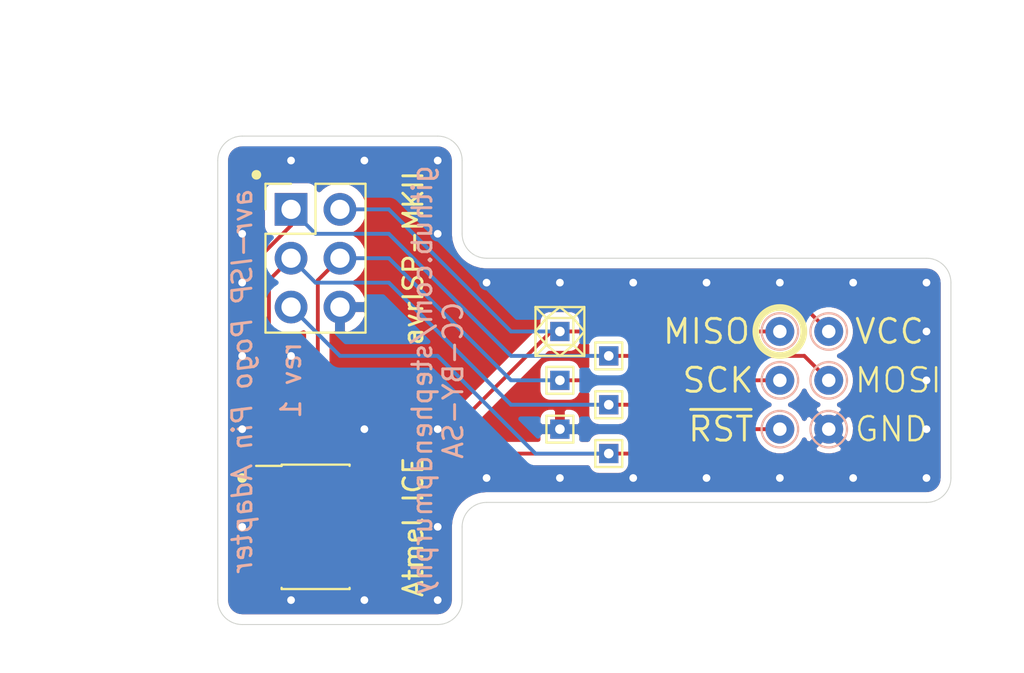
<source format=kicad_pcb>
(kicad_pcb (version 20171130) (host pcbnew 5.1.6-c6e7f7d~87~ubuntu18.04.1)

  (general
    (thickness 1.6)
    (drawings 48)
    (tracks 89)
    (zones 0)
    (modules 14)
    (nets 11)
  )

  (page A4)
  (layers
    (0 F.Cu signal)
    (31 B.Cu signal)
    (32 B.Adhes user)
    (33 F.Adhes user)
    (34 B.Paste user)
    (35 F.Paste user)
    (36 B.SilkS user)
    (37 F.SilkS user)
    (38 B.Mask user)
    (39 F.Mask user)
    (40 Dwgs.User user)
    (41 Cmts.User user)
    (42 Eco1.User user)
    (43 Eco2.User user)
    (44 Edge.Cuts user)
    (45 Margin user)
    (46 B.CrtYd user)
    (47 F.CrtYd user)
    (48 B.Fab user)
    (49 F.Fab user)
  )

  (setup
    (last_trace_width 0.25)
    (user_trace_width 0.2)
    (trace_clearance 0.2)
    (zone_clearance 0.508)
    (zone_45_only no)
    (trace_min 0.2)
    (via_size 0.8)
    (via_drill 0.4)
    (via_min_size 0.4)
    (via_min_drill 0.3)
    (uvia_size 0.3)
    (uvia_drill 0.1)
    (uvias_allowed no)
    (uvia_min_size 0.2)
    (uvia_min_drill 0.1)
    (edge_width 0.05)
    (segment_width 0.2)
    (pcb_text_width 0.3)
    (pcb_text_size 1.5 1.5)
    (mod_edge_width 0.12)
    (mod_text_size 1 1)
    (mod_text_width 0.15)
    (pad_size 1.524 1.524)
    (pad_drill 0.762)
    (pad_to_mask_clearance 0.05)
    (aux_axis_origin 0 0)
    (visible_elements FFFDFF7F)
    (pcbplotparams
      (layerselection 0x010fc_ffffffff)
      (usegerberextensions false)
      (usegerberattributes true)
      (usegerberadvancedattributes true)
      (creategerberjobfile true)
      (excludeedgelayer true)
      (linewidth 0.100000)
      (plotframeref false)
      (viasonmask false)
      (mode 1)
      (useauxorigin false)
      (hpglpennumber 1)
      (hpglpenspeed 20)
      (hpglpendiameter 15.000000)
      (psnegative false)
      (psa4output false)
      (plotreference true)
      (plotvalue true)
      (plotinvisibletext false)
      (padsonsilk false)
      (subtractmaskfromsilk false)
      (outputformat 1)
      (mirror false)
      (drillshape 1)
      (scaleselection 1)
      (outputdirectory ""))
  )

  (net 0 "")
  (net 1 "Net-(J1-Pad10)")
  (net 2 "Net-(J1-Pad8)")
  (net 3 "Net-(J1-Pad7)")
  (net 4 "Net-(J1-Pad5)")
  (net 5 ~RST)
  (net 6 MOSI)
  (net 7 SCK)
  (net 8 MISO)
  (net 9 VCC)
  (net 10 GND)

  (net_class Default "This is the default net class."
    (clearance 0.2)
    (trace_width 0.25)
    (via_dia 0.8)
    (via_drill 0.4)
    (uvia_dia 0.3)
    (uvia_drill 0.1)
    (add_net GND)
    (add_net MISO)
    (add_net MOSI)
    (add_net "Net-(J1-Pad10)")
    (add_net "Net-(J1-Pad5)")
    (add_net "Net-(J1-Pad7)")
    (add_net "Net-(J1-Pad8)")
    (add_net SCK)
    (add_net VCC)
    (add_net ~RST)
  )

  (module TestPoint:TestPoint_THTPad_1.0x1.0mm_Drill0.5mm (layer F.Cu) (tedit 5A0F774F) (tstamp 5F408F49)
    (at 135.89 83.82)
    (descr "THT rectangular pad as test Point, square 1.0mm side length, hole diameter 0.5mm")
    (tags "test point THT pad rectangle square")
    (path /5F428E3F)
    (attr virtual)
    (fp_text reference TP12 (at 0 -1.448) (layer F.SilkS) hide
      (effects (font (size 1 1) (thickness 0.15)))
    )
    (fp_text value TestPoint_Small (at 0 1.55) (layer F.Fab)
      (effects (font (size 1 1) (thickness 0.15)))
    )
    (fp_text user %R (at 0 -1.45) (layer F.Fab)
      (effects (font (size 1 1) (thickness 0.15)))
    )
    (fp_line (start -0.7 -0.7) (end 0.7 -0.7) (layer F.SilkS) (width 0.12))
    (fp_line (start 0.7 -0.7) (end 0.7 0.7) (layer F.SilkS) (width 0.12))
    (fp_line (start 0.7 0.7) (end -0.7 0.7) (layer F.SilkS) (width 0.12))
    (fp_line (start -0.7 0.7) (end -0.7 -0.7) (layer F.SilkS) (width 0.12))
    (fp_line (start -1 -1) (end 1 -1) (layer F.CrtYd) (width 0.05))
    (fp_line (start -1 -1) (end -1 1) (layer F.CrtYd) (width 0.05))
    (fp_line (start 1 1) (end 1 -1) (layer F.CrtYd) (width 0.05))
    (fp_line (start 1 1) (end -1 1) (layer F.CrtYd) (width 0.05))
    (pad 1 thru_hole rect (at 0 0) (size 1 1) (drill 0.5) (layers *.Cu *.Mask)
      (net 10 GND))
  )

  (module TestPoint:TestPoint_THTPad_1.0x1.0mm_Drill0.5mm (layer F.Cu) (tedit 5A0F774F) (tstamp 5F408F22)
    (at 138.43 85.09)
    (descr "THT rectangular pad as test Point, square 1.0mm side length, hole diameter 0.5mm")
    (tags "test point THT pad rectangle square")
    (path /5F428C97)
    (attr virtual)
    (fp_text reference TP11 (at 0 -1.448) (layer F.SilkS) hide
      (effects (font (size 1 1) (thickness 0.15)))
    )
    (fp_text value TestPoint_Small (at 0 1.55) (layer F.Fab)
      (effects (font (size 1 1) (thickness 0.15)))
    )
    (fp_text user %R (at 0 -1.45) (layer F.Fab)
      (effects (font (size 1 1) (thickness 0.15)))
    )
    (fp_line (start -0.7 -0.7) (end 0.7 -0.7) (layer F.SilkS) (width 0.12))
    (fp_line (start 0.7 -0.7) (end 0.7 0.7) (layer F.SilkS) (width 0.12))
    (fp_line (start 0.7 0.7) (end -0.7 0.7) (layer F.SilkS) (width 0.12))
    (fp_line (start -0.7 0.7) (end -0.7 -0.7) (layer F.SilkS) (width 0.12))
    (fp_line (start -1 -1) (end 1 -1) (layer F.CrtYd) (width 0.05))
    (fp_line (start -1 -1) (end -1 1) (layer F.CrtYd) (width 0.05))
    (fp_line (start 1 1) (end 1 -1) (layer F.CrtYd) (width 0.05))
    (fp_line (start 1 1) (end -1 1) (layer F.CrtYd) (width 0.05))
    (pad 1 thru_hole rect (at 0 0) (size 1 1) (drill 0.5) (layers *.Cu *.Mask)
      (net 5 ~RST))
  )

  (module TestPoint:TestPoint_THTPad_1.0x1.0mm_Drill0.5mm (layer F.Cu) (tedit 5A0F774F) (tstamp 5F408ED4)
    (at 135.89 81.28)
    (descr "THT rectangular pad as test Point, square 1.0mm side length, hole diameter 0.5mm")
    (tags "test point THT pad rectangle square")
    (path /5F428AFA)
    (attr virtual)
    (fp_text reference TP10 (at 0 -1.448) (layer F.SilkS) hide
      (effects (font (size 1 1) (thickness 0.15)))
    )
    (fp_text value TestPoint_Small (at 0 1.55) (layer F.Fab)
      (effects (font (size 1 1) (thickness 0.15)))
    )
    (fp_text user %R (at 0 -1.45) (layer F.Fab)
      (effects (font (size 1 1) (thickness 0.15)))
    )
    (fp_line (start -0.7 -0.7) (end 0.7 -0.7) (layer F.SilkS) (width 0.12))
    (fp_line (start 0.7 -0.7) (end 0.7 0.7) (layer F.SilkS) (width 0.12))
    (fp_line (start 0.7 0.7) (end -0.7 0.7) (layer F.SilkS) (width 0.12))
    (fp_line (start -0.7 0.7) (end -0.7 -0.7) (layer F.SilkS) (width 0.12))
    (fp_line (start -1 -1) (end 1 -1) (layer F.CrtYd) (width 0.05))
    (fp_line (start -1 -1) (end -1 1) (layer F.CrtYd) (width 0.05))
    (fp_line (start 1 1) (end 1 -1) (layer F.CrtYd) (width 0.05))
    (fp_line (start 1 1) (end -1 1) (layer F.CrtYd) (width 0.05))
    (pad 1 thru_hole rect (at 0 0) (size 1 1) (drill 0.5) (layers *.Cu *.Mask)
      (net 6 MOSI))
  )

  (module TestPoint:TestPoint_THTPad_1.0x1.0mm_Drill0.5mm (layer F.Cu) (tedit 5A0F774F) (tstamp 5F408F70)
    (at 138.43 82.55)
    (descr "THT rectangular pad as test Point, square 1.0mm side length, hole diameter 0.5mm")
    (tags "test point THT pad rectangle square")
    (path /5F428953)
    (attr virtual)
    (fp_text reference TP9 (at 0 -1.448) (layer F.SilkS) hide
      (effects (font (size 1 1) (thickness 0.15)))
    )
    (fp_text value TestPoint_Small (at 0 1.55) (layer F.Fab)
      (effects (font (size 1 1) (thickness 0.15)))
    )
    (fp_text user %R (at 0 -1.45) (layer F.Fab)
      (effects (font (size 1 1) (thickness 0.15)))
    )
    (fp_line (start -0.7 -0.7) (end 0.7 -0.7) (layer F.SilkS) (width 0.12))
    (fp_line (start 0.7 -0.7) (end 0.7 0.7) (layer F.SilkS) (width 0.12))
    (fp_line (start 0.7 0.7) (end -0.7 0.7) (layer F.SilkS) (width 0.12))
    (fp_line (start -0.7 0.7) (end -0.7 -0.7) (layer F.SilkS) (width 0.12))
    (fp_line (start -1 -1) (end 1 -1) (layer F.CrtYd) (width 0.05))
    (fp_line (start -1 -1) (end -1 1) (layer F.CrtYd) (width 0.05))
    (fp_line (start 1 1) (end 1 -1) (layer F.CrtYd) (width 0.05))
    (fp_line (start 1 1) (end -1 1) (layer F.CrtYd) (width 0.05))
    (pad 1 thru_hole rect (at 0 0) (size 1 1) (drill 0.5) (layers *.Cu *.Mask)
      (net 7 SCK))
  )

  (module TestPoint:TestPoint_THTPad_1.0x1.0mm_Drill0.5mm (layer F.Cu) (tedit 5A0F774F) (tstamp 5F408EFB)
    (at 138.43 80.01)
    (descr "THT rectangular pad as test Point, square 1.0mm side length, hole diameter 0.5mm")
    (tags "test point THT pad rectangle square")
    (path /5F4283F3)
    (attr virtual)
    (fp_text reference TP8 (at 0 -1.448) (layer F.SilkS) hide
      (effects (font (size 1 1) (thickness 0.15)))
    )
    (fp_text value TestPoint_Small (at 0 1.55) (layer F.Fab)
      (effects (font (size 1 1) (thickness 0.15)))
    )
    (fp_text user %R (at 0 -1.45) (layer F.Fab)
      (effects (font (size 1 1) (thickness 0.15)))
    )
    (fp_line (start -0.7 -0.7) (end 0.7 -0.7) (layer F.SilkS) (width 0.12))
    (fp_line (start 0.7 -0.7) (end 0.7 0.7) (layer F.SilkS) (width 0.12))
    (fp_line (start 0.7 0.7) (end -0.7 0.7) (layer F.SilkS) (width 0.12))
    (fp_line (start -0.7 0.7) (end -0.7 -0.7) (layer F.SilkS) (width 0.12))
    (fp_line (start -1 -1) (end 1 -1) (layer F.CrtYd) (width 0.05))
    (fp_line (start -1 -1) (end -1 1) (layer F.CrtYd) (width 0.05))
    (fp_line (start 1 1) (end 1 -1) (layer F.CrtYd) (width 0.05))
    (fp_line (start 1 1) (end -1 1) (layer F.CrtYd) (width 0.05))
    (pad 1 thru_hole rect (at 0 0) (size 1 1) (drill 0.5) (layers *.Cu *.Mask)
      (net 8 MISO))
  )

  (module TestPoint:TestPoint_THTPad_1.0x1.0mm_Drill0.5mm (layer F.Cu) (tedit 5A0F774F) (tstamp 5F4086C6)
    (at 135.89 78.74)
    (descr "THT rectangular pad as test Point, square 1.0mm side length, hole diameter 0.5mm")
    (tags "test point THT pad rectangle square")
    (path /5F428816)
    (attr virtual)
    (fp_text reference TP7 (at 0 -1.448) (layer F.SilkS) hide
      (effects (font (size 1 1) (thickness 0.15)))
    )
    (fp_text value TestPoint_Small (at 0 1.55) (layer F.Fab)
      (effects (font (size 1 1) (thickness 0.15)))
    )
    (fp_text user %R (at 0 -1.45) (layer F.Fab)
      (effects (font (size 1 1) (thickness 0.15)))
    )
    (fp_line (start -0.7 -0.7) (end 0.7 -0.7) (layer F.SilkS) (width 0.12))
    (fp_line (start 0.7 -0.7) (end 0.7 0.7) (layer F.SilkS) (width 0.12))
    (fp_line (start 0.7 0.7) (end -0.7 0.7) (layer F.SilkS) (width 0.12))
    (fp_line (start -0.7 0.7) (end -0.7 -0.7) (layer F.SilkS) (width 0.12))
    (fp_line (start -1 -1) (end 1 -1) (layer F.CrtYd) (width 0.05))
    (fp_line (start -1 -1) (end -1 1) (layer F.CrtYd) (width 0.05))
    (fp_line (start 1 1) (end 1 -1) (layer F.CrtYd) (width 0.05))
    (fp_line (start 1 1) (end -1 1) (layer F.CrtYd) (width 0.05))
    (pad 1 thru_hole rect (at 0 0) (size 1 1) (drill 0.5) (layers *.Cu *.Mask)
      (net 9 VCC))
  )

  (module TestPoint:TestPoint_THTPad_D1.5mm_Drill0.7mm (layer B.Cu) (tedit 5A0F774F) (tstamp 5F407F2C)
    (at 149.86 83.82)
    (descr "THT pad as test Point, diameter 1.5mm, hole diameter 0.7mm")
    (tags "test point THT pad")
    (path /5F4081C1)
    (attr virtual)
    (fp_text reference TP6 (at 2.54 0) (layer B.SilkS) hide
      (effects (font (size 1 1) (thickness 0.15)) (justify mirror))
    )
    (fp_text value TestPoint (at 0 -1.75) (layer B.Fab)
      (effects (font (size 1 1) (thickness 0.15)) (justify mirror))
    )
    (fp_text user %R (at 0 1.65) (layer B.Fab)
      (effects (font (size 1 1) (thickness 0.15)) (justify mirror))
    )
    (fp_circle (center 0 0) (end 1.25 0) (layer B.CrtYd) (width 0.05))
    (fp_circle (center 0 0) (end 0 -0.95) (layer B.SilkS) (width 0.12))
    (pad 1 thru_hole circle (at 0 0) (size 1.5 1.5) (drill 0.7) (layers *.Cu *.Mask)
      (net 10 GND))
  )

  (module TestPoint:TestPoint_THTPad_D1.5mm_Drill0.7mm (layer B.Cu) (tedit 5A0F774F) (tstamp 5F407BB1)
    (at 147.32 83.82)
    (descr "THT pad as test Point, diameter 1.5mm, hole diameter 0.7mm")
    (tags "test point THT pad")
    (path /5F4054FB)
    (attr virtual)
    (fp_text reference TP5 (at -2.54 0) (layer B.SilkS) hide
      (effects (font (size 1 1) (thickness 0.15)) (justify mirror))
    )
    (fp_text value TestPoint (at 0 -1.75) (layer B.Fab)
      (effects (font (size 1 1) (thickness 0.15)) (justify mirror))
    )
    (fp_text user %R (at 0 1.65) (layer B.Fab)
      (effects (font (size 1 1) (thickness 0.15)) (justify mirror))
    )
    (fp_circle (center 0 0) (end 1.25 0) (layer B.CrtYd) (width 0.05))
    (fp_circle (center 0 0) (end 0 -0.95) (layer B.SilkS) (width 0.12))
    (pad 1 thru_hole circle (at 0 0) (size 1.5 1.5) (drill 0.7) (layers *.Cu *.Mask)
      (net 5 ~RST))
  )

  (module TestPoint:TestPoint_THTPad_D1.5mm_Drill0.7mm (layer B.Cu) (tedit 5A0F774F) (tstamp 5F407BA3)
    (at 149.86 81.28)
    (descr "THT pad as test Point, diameter 1.5mm, hole diameter 0.7mm")
    (tags "test point THT pad")
    (path /5F4052FA)
    (attr virtual)
    (fp_text reference TP4 (at 2.54 0) (layer B.SilkS) hide
      (effects (font (size 1 1) (thickness 0.15)) (justify mirror))
    )
    (fp_text value TestPoint (at 0 -1.75) (layer B.Fab)
      (effects (font (size 1 1) (thickness 0.15)) (justify mirror))
    )
    (fp_text user %R (at 0 1.65) (layer B.Fab)
      (effects (font (size 1 1) (thickness 0.15)) (justify mirror))
    )
    (fp_circle (center 0 0) (end 1.25 0) (layer B.CrtYd) (width 0.05))
    (fp_circle (center 0 0) (end 0 -0.95) (layer B.SilkS) (width 0.12))
    (pad 1 thru_hole circle (at 0 0) (size 1.5 1.5) (drill 0.7) (layers *.Cu *.Mask)
      (net 6 MOSI))
  )

  (module TestPoint:TestPoint_THTPad_D1.5mm_Drill0.7mm (layer B.Cu) (tedit 5A0F774F) (tstamp 5F407B95)
    (at 147.32 81.28)
    (descr "THT pad as test Point, diameter 1.5mm, hole diameter 0.7mm")
    (tags "test point THT pad")
    (path /5F405133)
    (attr virtual)
    (fp_text reference TP3 (at -2.54 0) (layer B.SilkS) hide
      (effects (font (size 1 1) (thickness 0.15)) (justify mirror))
    )
    (fp_text value TestPoint (at 0 -1.75) (layer B.Fab)
      (effects (font (size 1 1) (thickness 0.15)) (justify mirror))
    )
    (fp_text user %R (at 0 1.65) (layer B.Fab)
      (effects (font (size 1 1) (thickness 0.15)) (justify mirror))
    )
    (fp_circle (center 0 0) (end 1.25 0) (layer B.CrtYd) (width 0.05))
    (fp_circle (center 0 0) (end 0 -0.95) (layer B.SilkS) (width 0.12))
    (pad 1 thru_hole circle (at 0 0) (size 1.5 1.5) (drill 0.7) (layers *.Cu *.Mask)
      (net 7 SCK))
  )

  (module TestPoint:TestPoint_THTPad_D1.5mm_Drill0.7mm (layer B.Cu) (tedit 5A0F774F) (tstamp 5F407B87)
    (at 149.86 78.74)
    (descr "THT pad as test Point, diameter 1.5mm, hole diameter 0.7mm")
    (tags "test point THT pad")
    (path /5F404FAB)
    (attr virtual)
    (fp_text reference TP2 (at 2.54 0) (layer B.SilkS) hide
      (effects (font (size 1 1) (thickness 0.15)) (justify mirror))
    )
    (fp_text value TestPoint (at 0 -1.75) (layer B.Fab)
      (effects (font (size 1 1) (thickness 0.15)) (justify mirror))
    )
    (fp_text user %R (at 0 1.65) (layer B.Fab)
      (effects (font (size 1 1) (thickness 0.15)) (justify mirror))
    )
    (fp_circle (center 0 0) (end 1.25 0) (layer B.CrtYd) (width 0.05))
    (fp_circle (center 0 0) (end 0 -0.95) (layer B.SilkS) (width 0.12))
    (pad 1 thru_hole circle (at 0 0) (size 1.5 1.5) (drill 0.7) (layers *.Cu *.Mask)
      (net 9 VCC))
  )

  (module TestPoint:TestPoint_THTPad_D1.5mm_Drill0.7mm (layer B.Cu) (tedit 5A0F774F) (tstamp 5F407B79)
    (at 147.32 78.74)
    (descr "THT pad as test Point, diameter 1.5mm, hole diameter 0.7mm")
    (tags "test point THT pad")
    (path /5F404388)
    (attr virtual)
    (fp_text reference TP1 (at -2.54 0) (layer B.SilkS) hide
      (effects (font (size 1 1) (thickness 0.15)) (justify mirror))
    )
    (fp_text value TestPoint (at 0 -1.75) (layer B.Fab)
      (effects (font (size 1 1) (thickness 0.15)) (justify mirror))
    )
    (fp_text user %R (at 0 1.65) (layer B.Fab)
      (effects (font (size 1 1) (thickness 0.15)) (justify mirror))
    )
    (fp_circle (center 0 0) (end 1.25 0) (layer B.CrtYd) (width 0.05))
    (fp_circle (center 0 0) (end 0 -0.95) (layer B.SilkS) (width 0.12))
    (pad 1 thru_hole circle (at 0 0) (size 1.5 1.5) (drill 0.7) (layers *.Cu *.Mask)
      (net 8 MISO))
  )

  (module Connector_PinHeader_2.54mm:PinHeader_2x03_P2.54mm_Vertical (layer F.Cu) (tedit 59FED5CC) (tstamp 5F408C6B)
    (at 121.92 72.39)
    (descr "Through hole straight pin header, 2x03, 2.54mm pitch, double rows")
    (tags "Through hole pin header THT 2x03 2.54mm double row")
    (path /5F4027E7)
    (fp_text reference J2 (at 1.27 -2.33) (layer F.SilkS) hide
      (effects (font (size 1 1) (thickness 0.15)))
    )
    (fp_text value AVR-ISP-6 (at 1.27 7.41) (layer F.Fab)
      (effects (font (size 1 1) (thickness 0.15)))
    )
    (fp_text user %R (at 1.27 2.54 90) (layer F.Fab)
      (effects (font (size 1 1) (thickness 0.15)))
    )
    (fp_line (start 0 -1.27) (end 3.81 -1.27) (layer F.Fab) (width 0.1))
    (fp_line (start 3.81 -1.27) (end 3.81 6.35) (layer F.Fab) (width 0.1))
    (fp_line (start 3.81 6.35) (end -1.27 6.35) (layer F.Fab) (width 0.1))
    (fp_line (start -1.27 6.35) (end -1.27 0) (layer F.Fab) (width 0.1))
    (fp_line (start -1.27 0) (end 0 -1.27) (layer F.Fab) (width 0.1))
    (fp_line (start -1.33 6.41) (end 3.87 6.41) (layer F.SilkS) (width 0.12))
    (fp_line (start -1.33 1.27) (end -1.33 6.41) (layer F.SilkS) (width 0.12))
    (fp_line (start 3.87 -1.33) (end 3.87 6.41) (layer F.SilkS) (width 0.12))
    (fp_line (start -1.33 1.27) (end 1.27 1.27) (layer F.SilkS) (width 0.12))
    (fp_line (start 1.27 1.27) (end 1.27 -1.33) (layer F.SilkS) (width 0.12))
    (fp_line (start 1.27 -1.33) (end 3.87 -1.33) (layer F.SilkS) (width 0.12))
    (fp_line (start -1.33 0) (end -1.33 -1.33) (layer F.SilkS) (width 0.12))
    (fp_line (start -1.33 -1.33) (end 0 -1.33) (layer F.SilkS) (width 0.12))
    (fp_line (start -1.8 -1.8) (end -1.8 6.85) (layer F.CrtYd) (width 0.05))
    (fp_line (start -1.8 6.85) (end 4.35 6.85) (layer F.CrtYd) (width 0.05))
    (fp_line (start 4.35 6.85) (end 4.35 -1.8) (layer F.CrtYd) (width 0.05))
    (fp_line (start 4.35 -1.8) (end -1.8 -1.8) (layer F.CrtYd) (width 0.05))
    (pad 6 thru_hole oval (at 2.54 5.08) (size 1.7 1.7) (drill 1) (layers *.Cu *.Mask)
      (net 10 GND))
    (pad 5 thru_hole oval (at 0 5.08) (size 1.7 1.7) (drill 1) (layers *.Cu *.Mask)
      (net 5 ~RST))
    (pad 4 thru_hole oval (at 2.54 2.54) (size 1.7 1.7) (drill 1) (layers *.Cu *.Mask)
      (net 6 MOSI))
    (pad 3 thru_hole oval (at 0 2.54) (size 1.7 1.7) (drill 1) (layers *.Cu *.Mask)
      (net 7 SCK))
    (pad 2 thru_hole oval (at 2.54 0) (size 1.7 1.7) (drill 1) (layers *.Cu *.Mask)
      (net 9 VCC))
    (pad 1 thru_hole rect (at 0 0) (size 1.7 1.7) (drill 1) (layers *.Cu *.Mask)
      (net 8 MISO))
    (model ${KISYS3DMOD}/Connector_PinHeader_2.54mm.3dshapes/PinHeader_2x03_P2.54mm_Vertical.wrl
      (at (xyz 0 0 0))
      (scale (xyz 1 1 1))
      (rotate (xyz 0 0 0))
    )
  )

  (module Connector_PinHeader_1.27mm:PinHeader_2x05_P1.27mm_Vertical_SMD (layer F.Cu) (tedit 59FED6E3) (tstamp 5F408BD8)
    (at 123.195 88.9)
    (descr "surface-mounted straight pin header, 2x05, 1.27mm pitch, double rows")
    (tags "Surface mounted pin header SMD 2x05 1.27mm double row")
    (path /5F40380B)
    (attr smd)
    (fp_text reference J1 (at 0 -4.235) (layer F.SilkS) hide
      (effects (font (size 1 1) (thickness 0.15)))
    )
    (fp_text value Conn_02x05_Odd_Even (at 0 4.235) (layer F.Fab)
      (effects (font (size 1 1) (thickness 0.15)))
    )
    (fp_text user %R (at 0 0 90) (layer F.Fab)
      (effects (font (size 1 1) (thickness 0.15)))
    )
    (fp_line (start 1.705 3.175) (end -1.705 3.175) (layer F.Fab) (width 0.1))
    (fp_line (start -1.27 -3.175) (end 1.705 -3.175) (layer F.Fab) (width 0.1))
    (fp_line (start -1.705 3.175) (end -1.705 -2.74) (layer F.Fab) (width 0.1))
    (fp_line (start -1.705 -2.74) (end -1.27 -3.175) (layer F.Fab) (width 0.1))
    (fp_line (start 1.705 -3.175) (end 1.705 3.175) (layer F.Fab) (width 0.1))
    (fp_line (start -1.705 -2.74) (end -2.75 -2.74) (layer F.Fab) (width 0.1))
    (fp_line (start -2.75 -2.74) (end -2.75 -2.34) (layer F.Fab) (width 0.1))
    (fp_line (start -2.75 -2.34) (end -1.705 -2.34) (layer F.Fab) (width 0.1))
    (fp_line (start 1.705 -2.74) (end 2.75 -2.74) (layer F.Fab) (width 0.1))
    (fp_line (start 2.75 -2.74) (end 2.75 -2.34) (layer F.Fab) (width 0.1))
    (fp_line (start 2.75 -2.34) (end 1.705 -2.34) (layer F.Fab) (width 0.1))
    (fp_line (start -1.705 -1.47) (end -2.75 -1.47) (layer F.Fab) (width 0.1))
    (fp_line (start -2.75 -1.47) (end -2.75 -1.07) (layer F.Fab) (width 0.1))
    (fp_line (start -2.75 -1.07) (end -1.705 -1.07) (layer F.Fab) (width 0.1))
    (fp_line (start 1.705 -1.47) (end 2.75 -1.47) (layer F.Fab) (width 0.1))
    (fp_line (start 2.75 -1.47) (end 2.75 -1.07) (layer F.Fab) (width 0.1))
    (fp_line (start 2.75 -1.07) (end 1.705 -1.07) (layer F.Fab) (width 0.1))
    (fp_line (start -1.705 -0.2) (end -2.75 -0.2) (layer F.Fab) (width 0.1))
    (fp_line (start -2.75 -0.2) (end -2.75 0.2) (layer F.Fab) (width 0.1))
    (fp_line (start -2.75 0.2) (end -1.705 0.2) (layer F.Fab) (width 0.1))
    (fp_line (start 1.705 -0.2) (end 2.75 -0.2) (layer F.Fab) (width 0.1))
    (fp_line (start 2.75 -0.2) (end 2.75 0.2) (layer F.Fab) (width 0.1))
    (fp_line (start 2.75 0.2) (end 1.705 0.2) (layer F.Fab) (width 0.1))
    (fp_line (start -1.705 1.07) (end -2.75 1.07) (layer F.Fab) (width 0.1))
    (fp_line (start -2.75 1.07) (end -2.75 1.47) (layer F.Fab) (width 0.1))
    (fp_line (start -2.75 1.47) (end -1.705 1.47) (layer F.Fab) (width 0.1))
    (fp_line (start 1.705 1.07) (end 2.75 1.07) (layer F.Fab) (width 0.1))
    (fp_line (start 2.75 1.07) (end 2.75 1.47) (layer F.Fab) (width 0.1))
    (fp_line (start 2.75 1.47) (end 1.705 1.47) (layer F.Fab) (width 0.1))
    (fp_line (start -1.705 2.34) (end -2.75 2.34) (layer F.Fab) (width 0.1))
    (fp_line (start -2.75 2.34) (end -2.75 2.74) (layer F.Fab) (width 0.1))
    (fp_line (start -2.75 2.74) (end -1.705 2.74) (layer F.Fab) (width 0.1))
    (fp_line (start 1.705 2.34) (end 2.75 2.34) (layer F.Fab) (width 0.1))
    (fp_line (start 2.75 2.34) (end 2.75 2.74) (layer F.Fab) (width 0.1))
    (fp_line (start 2.75 2.74) (end 1.705 2.74) (layer F.Fab) (width 0.1))
    (fp_line (start -1.765 -3.235) (end 1.765 -3.235) (layer F.SilkS) (width 0.12))
    (fp_line (start -1.765 3.235) (end 1.765 3.235) (layer F.SilkS) (width 0.12))
    (fp_line (start -3.09 -3.17) (end -1.765 -3.17) (layer F.SilkS) (width 0.12))
    (fp_line (start -1.765 -3.235) (end -1.765 -3.17) (layer F.SilkS) (width 0.12))
    (fp_line (start 1.765 -3.235) (end 1.765 -3.17) (layer F.SilkS) (width 0.12))
    (fp_line (start -1.765 3.17) (end -1.765 3.235) (layer F.SilkS) (width 0.12))
    (fp_line (start 1.765 3.17) (end 1.765 3.235) (layer F.SilkS) (width 0.12))
    (fp_line (start -4.3 -3.7) (end -4.3 3.7) (layer F.CrtYd) (width 0.05))
    (fp_line (start -4.3 3.7) (end 4.3 3.7) (layer F.CrtYd) (width 0.05))
    (fp_line (start 4.3 3.7) (end 4.3 -3.7) (layer F.CrtYd) (width 0.05))
    (fp_line (start 4.3 -3.7) (end -4.3 -3.7) (layer F.CrtYd) (width 0.05))
    (pad 10 smd rect (at 1.95 2.54) (size 2.4 0.74) (layers F.Cu F.Paste F.Mask)
      (net 1 "Net-(J1-Pad10)"))
    (pad 9 smd rect (at -1.95 2.54) (size 2.4 0.74) (layers F.Cu F.Paste F.Mask)
      (net 6 MOSI))
    (pad 8 smd rect (at 1.95 1.27) (size 2.4 0.74) (layers F.Cu F.Paste F.Mask)
      (net 2 "Net-(J1-Pad8)"))
    (pad 7 smd rect (at -1.95 1.27) (size 2.4 0.74) (layers F.Cu F.Paste F.Mask)
      (net 3 "Net-(J1-Pad7)"))
    (pad 6 smd rect (at 1.95 0) (size 2.4 0.74) (layers F.Cu F.Paste F.Mask)
      (net 5 ~RST))
    (pad 5 smd rect (at -1.95 0) (size 2.4 0.74) (layers F.Cu F.Paste F.Mask)
      (net 4 "Net-(J1-Pad5)"))
    (pad 4 smd rect (at 1.95 -1.27) (size 2.4 0.74) (layers F.Cu F.Paste F.Mask)
      (net 9 VCC))
    (pad 3 smd rect (at -1.95 -1.27) (size 2.4 0.74) (layers F.Cu F.Paste F.Mask)
      (net 8 MISO))
    (pad 2 smd rect (at 1.95 -2.54) (size 2.4 0.74) (layers F.Cu F.Paste F.Mask)
      (net 10 GND))
    (pad 1 smd rect (at -1.95 -2.54) (size 2.4 0.74) (layers F.Cu F.Paste F.Mask)
      (net 7 SCK))
    (model ${KISYS3DMOD}/Connector_PinHeader_1.27mm.3dshapes/PinHeader_2x05_P1.27mm_Vertical_SMD.wrl
      (at (xyz 0 0 0))
      (scale (xyz 1 1 1))
      (rotate (xyz 0 0 0))
    )
  )

  (gr_text "rev 1" (at 121.92 81.28 90) (layer B.SilkS)
    (effects (font (size 1 1) (thickness 0.15)) (justify mirror))
  )
  (dimension 25.4 (width 0.15) (layer Dwgs.User)
    (gr_text "25.400 mm" (at 110.46 81.28 270) (layer Dwgs.User)
      (effects (font (size 1 1) (thickness 0.15)))
    )
    (feature1 (pts (xy 119.38 93.98) (xy 111.173579 93.98)))
    (feature2 (pts (xy 119.38 68.58) (xy 111.173579 68.58)))
    (crossbar (pts (xy 111.76 68.58) (xy 111.76 93.98)))
    (arrow1a (pts (xy 111.76 93.98) (xy 111.173579 92.853496)))
    (arrow1b (pts (xy 111.76 93.98) (xy 112.346421 92.853496)))
    (arrow2a (pts (xy 111.76 68.58) (xy 111.173579 69.706504)))
    (arrow2b (pts (xy 111.76 68.58) (xy 112.346421 69.706504)))
  )
  (dimension 38.1 (width 0.15) (layer Dwgs.User)
    (gr_text "38.100 mm" (at 137.16 62.2) (layer Dwgs.User)
      (effects (font (size 1 1) (thickness 0.15)))
    )
    (feature1 (pts (xy 156.21 69.85) (xy 156.21 62.913579)))
    (feature2 (pts (xy 118.11 69.85) (xy 118.11 62.913579)))
    (crossbar (pts (xy 118.11 63.5) (xy 156.21 63.5)))
    (arrow1a (pts (xy 156.21 63.5) (xy 155.083496 64.086421)))
    (arrow1b (pts (xy 156.21 63.5) (xy 155.083496 62.913579)))
    (arrow2a (pts (xy 118.11 63.5) (xy 119.236504 64.086421)))
    (arrow2b (pts (xy 118.11 63.5) (xy 119.236504 62.913579)))
  )
  (gr_circle (center 119.38 86.36) (end 119.505 86.36) (layer F.SilkS) (width 0.25) (tstamp 5F409870))
  (gr_circle (center 120.118629 70.59292) (end 120.243629 70.59292) (layer F.SilkS) (width 0.25))
  (gr_text "avr-ISP Pogo Pin Adapter" (at 119.38 81.28 90) (layer B.SilkS)
    (effects (font (size 1 1) (thickness 0.15) italic) (justify mirror))
  )
  (gr_text "github.com/stephendpmurphy\nCC-BY-SA" (at 129.54 81.28 90) (layer B.SilkS)
    (effects (font (size 1 1) (thickness 0.15)) (justify mirror))
  )
  (gr_line (start 135.89 77.47) (end 135.19 78.04) (layer F.SilkS) (width 0.12) (tstamp 5F40953B))
  (gr_line (start 136.59 78.04) (end 135.89 77.47) (layer F.SilkS) (width 0.12))
  (gr_line (start 136.59 78.04) (end 137.16 77.47) (layer F.SilkS) (width 0.12) (tstamp 5F40953A))
  (gr_line (start 137.16 78.74) (end 136.59 78.04) (layer F.SilkS) (width 0.12))
  (gr_line (start 136.59 79.44) (end 137.16 78.74) (layer F.SilkS) (width 0.12))
  (gr_line (start 136.59 79.44) (end 137.16 80.01) (layer F.SilkS) (width 0.12) (tstamp 5F409539))
  (gr_line (start 135.89 80.01) (end 136.59 79.44) (layer F.SilkS) (width 0.12))
  (gr_line (start 135.19 79.44) (end 135.89 80.01) (layer F.SilkS) (width 0.12))
  (gr_line (start 135.19 79.44) (end 134.62 80.01) (layer F.SilkS) (width 0.12) (tstamp 5F409538))
  (gr_line (start 134.62 78.74) (end 135.19 79.44) (layer F.SilkS) (width 0.12))
  (gr_line (start 135.19 78.04) (end 134.62 78.74) (layer F.SilkS) (width 0.12))
  (gr_line (start 134.62 77.47) (end 135.19 78.04) (layer F.SilkS) (width 0.12))
  (gr_line (start 134.62 80.01) (end 134.62 77.47) (layer F.SilkS) (width 0.12) (tstamp 5F409537))
  (gr_line (start 137.16 80.01) (end 134.62 80.01) (layer F.SilkS) (width 0.12))
  (gr_line (start 137.16 77.47) (end 137.16 80.01) (layer F.SilkS) (width 0.12))
  (gr_line (start 134.62 77.47) (end 137.16 77.47) (layer F.SilkS) (width 0.12))
  (gr_circle (center 147.32 78.74) (end 148.566442 78.74) (layer F.SilkS) (width 0.35))
  (gr_line (start 129.54 68.58) (end 119.38 68.58) (layer Edge.Cuts) (width 0.05) (tstamp 5F4094CD))
  (gr_line (start 130.81 73.66) (end 130.81 69.85) (layer Edge.Cuts) (width 0.05) (tstamp 5F4094CC))
  (gr_line (start 154.94 74.93) (end 132.08 74.93) (layer Edge.Cuts) (width 0.05) (tstamp 5F4094CB))
  (gr_line (start 156.21 86.36) (end 156.21 76.2) (layer Edge.Cuts) (width 0.05) (tstamp 5F4094CA))
  (gr_line (start 132.08 87.63) (end 154.94 87.63) (layer Edge.Cuts) (width 0.05) (tstamp 5F4094C9))
  (gr_line (start 130.81 92.71) (end 130.81 88.9) (layer Edge.Cuts) (width 0.05) (tstamp 5F4094C8))
  (gr_line (start 119.38 93.98) (end 129.54 93.98) (layer Edge.Cuts) (width 0.05) (tstamp 5F4094C7))
  (gr_line (start 118.11 69.85) (end 118.11 92.71) (layer Edge.Cuts) (width 0.05) (tstamp 5F4094C6))
  (gr_arc (start 129.54 69.85) (end 130.81 69.85) (angle -90) (layer Edge.Cuts) (width 0.05))
  (gr_arc (start 154.94 86.36) (end 154.94 87.63) (angle -90) (layer Edge.Cuts) (width 0.05))
  (gr_arc (start 154.94 76.2) (end 156.21 76.2) (angle -90) (layer Edge.Cuts) (width 0.05))
  (gr_arc (start 132.08 73.66) (end 130.81 73.66) (angle -90) (layer Edge.Cuts) (width 0.05))
  (gr_arc (start 132.08 88.9) (end 132.08 87.63) (angle -90) (layer Edge.Cuts) (width 0.05))
  (gr_arc (start 129.54 92.71) (end 129.54 93.98) (angle -90) (layer Edge.Cuts) (width 0.05))
  (gr_arc (start 119.38 92.71) (end 118.11 92.71) (angle -90) (layer Edge.Cuts) (width 0.05))
  (gr_arc (start 119.38 69.85) (end 119.38 68.58) (angle -90) (layer Edge.Cuts) (width 0.05))
  (gr_text "Atmel ICE" (at 128.27 88.9 90) (layer F.SilkS)
    (effects (font (size 1 1) (thickness 0.15)))
  )
  (gr_text avrISP-MKII (at 128.27 74.93 90) (layer F.SilkS)
    (effects (font (size 1 1) (thickness 0.15)))
  )
  (gr_text GND (at 151.13 83.82) (layer F.SilkS) (tstamp 5F408AA8)
    (effects (font (size 1.25 1.25) (thickness 0.125)) (justify left))
  )
  (gr_text MOSI (at 151.13 81.28) (layer F.SilkS) (tstamp 5F408AA8)
    (effects (font (size 1.25 1.25) (thickness 0.125)) (justify left))
  )
  (gr_text VCC (at 151.13 78.74) (layer F.SilkS) (tstamp 5F408AA8)
    (effects (font (size 1.25 1.25) (thickness 0.15)) (justify left))
  )
  (gr_text ~RST (at 146.05 83.82) (layer F.SilkS) (tstamp 5F408AA8)
    (effects (font (size 1.25 1.25) (thickness 0.15)) (justify right))
  )
  (gr_text SCK (at 146.05 81.28) (layer F.SilkS) (tstamp 5F408AA8)
    (effects (font (size 1.25 1.25) (thickness 0.15)) (justify right))
  )
  (gr_text MISO (at 143.51 78.74) (layer F.SilkS)
    (effects (font (size 1.25 1.25) (thickness 0.15)))
  )

  (segment (start 147.32 83.82) (end 144.78 83.82) (width 0.2) (layer F.Cu) (net 5))
  (segment (start 144.78 83.82) (end 143.51 85.09) (width 0.2) (layer F.Cu) (net 5))
  (segment (start 143.51 85.09) (end 138.43 85.09) (width 0.2) (layer F.Cu) (net 5))
  (segment (start 138.43 85.09) (end 134.62 85.09) (width 0.2) (layer B.Cu) (net 5))
  (segment (start 134.62 85.09) (end 129.54 80.01) (width 0.2) (layer B.Cu) (net 5))
  (segment (start 129.54 80.01) (end 124.46 80.01) (width 0.2) (layer B.Cu) (net 5))
  (segment (start 124.46 80.01) (end 121.92 77.47) (width 0.2) (layer B.Cu) (net 5))
  (segment (start 125.145 88.9) (end 127 88.9) (width 0.2) (layer F.Cu) (net 5))
  (segment (start 127 88.9) (end 130.81 85.09) (width 0.2) (layer F.Cu) (net 5))
  (segment (start 130.81 85.09) (end 138.43 85.09) (width 0.2) (layer F.Cu) (net 5))
  (segment (start 149.86 81.28) (end 148.59 80.01) (width 0.2) (layer F.Cu) (net 6))
  (segment (start 148.59 80.01) (end 144.78 80.01) (width 0.2) (layer F.Cu) (net 6))
  (segment (start 144.78 80.01) (end 143.51 81.28) (width 0.2) (layer F.Cu) (net 6))
  (segment (start 143.51 81.28) (end 135.89 81.28) (width 0.2) (layer F.Cu) (net 6))
  (segment (start 124.46 74.93) (end 127 74.93) (width 0.2) (layer B.Cu) (net 6))
  (segment (start 127 74.93) (end 133.35 81.28) (width 0.2) (layer B.Cu) (net 6))
  (segment (start 133.35 81.28) (end 135.89 81.28) (width 0.2) (layer B.Cu) (net 6))
  (segment (start 123.309999 76.080001) (end 124.46 74.93) (width 0.2) (layer F.Cu) (net 6))
  (segment (start 123.309999 90.775001) (end 123.309999 76.080001) (width 0.2) (layer F.Cu) (net 6))
  (segment (start 122.645 91.44) (end 123.309999 90.775001) (width 0.2) (layer F.Cu) (net 6))
  (segment (start 121.245 91.44) (end 122.645 91.44) (width 0.2) (layer F.Cu) (net 6))
  (segment (start 147.32 81.28) (end 144.78 81.28) (width 0.2) (layer F.Cu) (net 7))
  (segment (start 143.51 82.55) (end 138.43 82.55) (width 0.2) (layer F.Cu) (net 7))
  (segment (start 144.78 81.28) (end 143.51 82.55) (width 0.2) (layer F.Cu) (net 7))
  (segment (start 138.43 82.55) (end 133.35 82.55) (width 0.2) (layer B.Cu) (net 7))
  (segment (start 133.35 82.55) (end 127 76.2) (width 0.2) (layer B.Cu) (net 7))
  (segment (start 127 76.2) (end 123.19 76.2) (width 0.2) (layer B.Cu) (net 7))
  (segment (start 123.19 76.2) (end 121.92 74.93) (width 0.2) (layer B.Cu) (net 7))
  (segment (start 121.245 86.36) (end 121.245 85.685) (width 0.2) (layer F.Cu) (net 7))
  (segment (start 120.769999 85.209999) (end 120.769999 76.080001) (width 0.2) (layer F.Cu) (net 7))
  (segment (start 120.769999 76.080001) (end 121.92 74.93) (width 0.2) (layer F.Cu) (net 7))
  (segment (start 121.245 85.685) (end 120.769999 85.209999) (width 0.2) (layer F.Cu) (net 7))
  (segment (start 147.32 78.74) (end 144.78 78.74) (width 0.2) (layer F.Cu) (net 8))
  (segment (start 144.78 78.74) (end 143.51 80.01) (width 0.2) (layer F.Cu) (net 8))
  (segment (start 143.51 80.01) (end 138.43 80.01) (width 0.2) (layer F.Cu) (net 8))
  (segment (start 121.92 72.39) (end 123.19 73.66) (width 0.2) (layer B.Cu) (net 8))
  (segment (start 123.19 73.66) (end 127 73.66) (width 0.2) (layer B.Cu) (net 8))
  (segment (start 127 73.66) (end 133.35 80.01) (width 0.2) (layer B.Cu) (net 8))
  (segment (start 133.35 80.01) (end 138.43 80.01) (width 0.2) (layer B.Cu) (net 8))
  (segment (start 119.744999 87.529999) (end 119.744999 85.71499) (width 0.2) (layer F.Cu) (net 8))
  (segment (start 121.245 87.63) (end 119.845 87.63) (width 0.2) (layer F.Cu) (net 8))
  (segment (start 119.845 87.63) (end 119.744999 87.529999) (width 0.2) (layer F.Cu) (net 8))
  (segment (start 119.744999 85.71499) (end 120.369989 85.09) (width 0.2) (layer F.Cu) (net 8))
  (segment (start 121.92 73.227998) (end 121.92 72.39) (width 0.2) (layer F.Cu) (net 8))
  (segment (start 120.369989 74.778009) (end 121.92 73.227998) (width 0.2) (layer F.Cu) (net 8))
  (segment (start 120.369989 85.09) (end 120.369989 74.778009) (width 0.2) (layer F.Cu) (net 8))
  (segment (start 149.86 78.74) (end 148.59 77.47) (width 0.2) (layer F.Cu) (net 9))
  (segment (start 148.59 77.47) (end 144.78 77.47) (width 0.2) (layer F.Cu) (net 9))
  (segment (start 144.78 77.47) (end 143.51 78.74) (width 0.2) (layer F.Cu) (net 9))
  (segment (start 143.51 78.74) (end 135.89 78.74) (width 0.2) (layer F.Cu) (net 9))
  (segment (start 135.89 78.74) (end 133.35 78.74) (width 0.2) (layer B.Cu) (net 9))
  (segment (start 127 72.39) (end 124.46 72.39) (width 0.2) (layer B.Cu) (net 9))
  (segment (start 133.35 78.74) (end 127 72.39) (width 0.2) (layer B.Cu) (net 9))
  (segment (start 135.435 78.74) (end 135.89 78.74) (width 0.2) (layer F.Cu) (net 9))
  (segment (start 126.545 87.63) (end 135.435 78.74) (width 0.2) (layer F.Cu) (net 9))
  (segment (start 125.145 87.63) (end 126.545 87.63) (width 0.2) (layer F.Cu) (net 9))
  (via (at 121.92 80.01) (size 0.8) (drill 0.4) (layers F.Cu B.Cu) (net 10))
  (via (at 125.73 83.82) (size 0.8) (drill 0.4) (layers F.Cu B.Cu) (net 10))
  (via (at 129.54 83.82) (size 0.8) (drill 0.4) (layers F.Cu B.Cu) (net 10))
  (via (at 139.7 76.2) (size 0.8) (drill 0.4) (layers F.Cu B.Cu) (net 10))
  (via (at 143.51 76.2) (size 0.8) (drill 0.4) (layers F.Cu B.Cu) (net 10))
  (via (at 147.32 76.2) (size 0.8) (drill 0.4) (layers F.Cu B.Cu) (net 10))
  (via (at 151.13 76.2) (size 0.8) (drill 0.4) (layers F.Cu B.Cu) (net 10))
  (via (at 139.7 86.36) (size 0.8) (drill 0.4) (layers F.Cu B.Cu) (net 10))
  (via (at 143.51 86.36) (size 0.8) (drill 0.4) (layers F.Cu B.Cu) (net 10))
  (via (at 147.32 86.36) (size 0.8) (drill 0.4) (layers F.Cu B.Cu) (net 10))
  (via (at 151.13 86.36) (size 0.8) (drill 0.4) (layers F.Cu B.Cu) (net 10))
  (via (at 154.94 76.2) (size 0.8) (drill 0.4) (layers F.Cu B.Cu) (net 10))
  (via (at 154.94 78.74) (size 0.8) (drill 0.4) (layers F.Cu B.Cu) (net 10))
  (via (at 154.94 81.28) (size 0.8) (drill 0.4) (layers F.Cu B.Cu) (net 10))
  (via (at 154.94 83.82) (size 0.8) (drill 0.4) (layers F.Cu B.Cu) (net 10))
  (via (at 154.94 86.36) (size 0.8) (drill 0.4) (layers F.Cu B.Cu) (net 10))
  (via (at 135.89 76.2) (size 0.8) (drill 0.4) (layers F.Cu B.Cu) (net 10))
  (via (at 135.89 86.36) (size 0.8) (drill 0.4) (layers F.Cu B.Cu) (net 10))
  (via (at 132.08 86.36) (size 0.8) (drill 0.4) (layers F.Cu B.Cu) (net 10))
  (via (at 132.08 76.2) (size 0.8) (drill 0.4) (layers F.Cu B.Cu) (net 10))
  (via (at 129.54 73.66) (size 0.8) (drill 0.4) (layers F.Cu B.Cu) (net 10))
  (via (at 129.54 69.85) (size 0.8) (drill 0.4) (layers F.Cu B.Cu) (net 10))
  (via (at 129.54 88.9) (size 0.8) (drill 0.4) (layers F.Cu B.Cu) (net 10))
  (via (at 129.54 92.71) (size 0.8) (drill 0.4) (layers F.Cu B.Cu) (net 10))
  (via (at 125.73 92.71) (size 0.8) (drill 0.4) (layers F.Cu B.Cu) (net 10))
  (via (at 121.92 92.71) (size 0.8) (drill 0.4) (layers F.Cu B.Cu) (net 10))
  (via (at 125.73 69.85) (size 0.8) (drill 0.4) (layers F.Cu B.Cu) (net 10))
  (via (at 121.92 69.85) (size 0.8) (drill 0.4) (layers F.Cu B.Cu) (net 10))
  (via (at 119.38 80.01) (size 0.8) (drill 0.4) (layers F.Cu B.Cu) (net 10))
  (via (at 119.38 76.2) (size 0.8) (drill 0.4) (layers F.Cu B.Cu) (net 10))
  (via (at 119.38 73.66) (size 0.8) (drill 0.4) (layers F.Cu B.Cu) (net 10))
  (via (at 119.38 83.82) (size 0.8) (drill 0.4) (layers F.Cu B.Cu) (net 10))
  (via (at 119.38 88.9) (size 0.8) (drill 0.4) (layers F.Cu B.Cu) (net 10))

  (zone (net 10) (net_name GND) (layer F.Cu) (tstamp 0) (hatch edge 0.508)
    (connect_pads (clearance 0.508))
    (min_thickness 0.254)
    (fill yes (arc_segments 32) (thermal_gap 0.508) (thermal_bridge_width 0.508))
    (polygon
      (pts
        (xy 158.75 95.25) (xy 116.84 95.25) (xy 116.84 67.31) (xy 158.75 67.31)
      )
    )
    (filled_polygon
      (pts
        (xy 129.657869 69.254722) (xy 129.771246 69.288953) (xy 129.875819 69.344555) (xy 129.967596 69.419407) (xy 130.043091 69.510664)
        (xy 130.099419 69.614844) (xy 130.13444 69.727976) (xy 130.150001 69.876031) (xy 130.15 73.692418) (xy 130.152802 73.720864)
        (xy 130.152747 73.728682) (xy 130.153646 73.737853) (xy 130.179554 73.984357) (xy 130.191589 74.042986) (xy 130.202792 74.101716)
        (xy 130.205456 74.110538) (xy 130.278751 74.347314) (xy 130.301931 74.402457) (xy 130.324339 74.45792) (xy 130.328665 74.466054)
        (xy 130.328667 74.466059) (xy 130.32867 74.466064) (xy 130.446553 74.684086) (xy 130.479988 74.733654) (xy 130.512759 74.783735)
        (xy 130.518584 74.790876) (xy 130.676577 74.981856) (xy 130.719012 75.023995) (xy 130.760875 75.066745) (xy 130.767976 75.072618)
        (xy 130.960053 75.229273) (xy 131.009875 75.262374) (xy 131.059237 75.296173) (xy 131.067343 75.300556) (xy 131.286191 75.416919)
        (xy 131.341479 75.439707) (xy 131.396475 75.463279) (xy 131.405278 75.466003) (xy 131.642559 75.537643) (xy 131.701246 75.549264)
        (xy 131.759752 75.5617) (xy 131.768915 75.562663) (xy 131.768917 75.562663) (xy 132.015595 75.58685) (xy 132.015598 75.58685)
        (xy 132.047581 75.59) (xy 154.907721 75.59) (xy 155.057869 75.604722) (xy 155.171246 75.638953) (xy 155.275819 75.694555)
        (xy 155.367596 75.769407) (xy 155.443091 75.860664) (xy 155.499419 75.964844) (xy 155.53444 76.077976) (xy 155.550001 76.226031)
        (xy 155.55 86.327721) (xy 155.535278 86.477869) (xy 155.501047 86.591246) (xy 155.445446 86.695817) (xy 155.370594 86.787595)
        (xy 155.279335 86.863091) (xy 155.17516 86.919419) (xy 155.062024 86.95444) (xy 154.913979 86.97) (xy 132.047581 86.97)
        (xy 132.019135 86.972802) (xy 132.011318 86.972747) (xy 132.002147 86.973646) (xy 131.755644 86.999554) (xy 131.697028 87.011586)
        (xy 131.638284 87.022792) (xy 131.629462 87.025456) (xy 131.392686 87.098751) (xy 131.337555 87.121926) (xy 131.28208 87.144339)
        (xy 131.273944 87.148666) (xy 131.055914 87.266554) (xy 131.006346 87.299988) (xy 130.956265 87.33276) (xy 130.949124 87.338584)
        (xy 130.758144 87.496577) (xy 130.716005 87.539012) (xy 130.673255 87.580875) (xy 130.667381 87.587976) (xy 130.510727 87.780054)
        (xy 130.477655 87.829831) (xy 130.443826 87.879237) (xy 130.439444 87.887343) (xy 130.323081 88.106191) (xy 130.300298 88.161468)
        (xy 130.276721 88.216475) (xy 130.273997 88.225278) (xy 130.202357 88.462559) (xy 130.190736 88.521246) (xy 130.1783 88.579752)
        (xy 130.177337 88.588917) (xy 130.15315 88.835595) (xy 130.15315 88.835608) (xy 130.150001 88.867581) (xy 130.15 92.677721)
        (xy 130.135278 92.827869) (xy 130.101047 92.941246) (xy 130.045446 93.045817) (xy 129.970594 93.137595) (xy 129.879335 93.213091)
        (xy 129.77516 93.269419) (xy 129.662024 93.30444) (xy 129.513979 93.32) (xy 119.412279 93.32) (xy 119.262131 93.305278)
        (xy 119.148754 93.271047) (xy 119.044183 93.215446) (xy 118.952405 93.140594) (xy 118.876909 93.049335) (xy 118.820581 92.94516)
        (xy 118.78556 92.832024) (xy 118.77 92.683979) (xy 118.77 85.71499) (xy 119.006443 85.71499) (xy 119.01 85.751105)
        (xy 119.009999 87.493894) (xy 119.006443 87.529999) (xy 119.020634 87.674084) (xy 119.026808 87.694437) (xy 119.062662 87.812631)
        (xy 119.130912 87.940318) (xy 119.222761 88.052236) (xy 119.250807 88.075253) (xy 119.299741 88.124187) (xy 119.322762 88.152238)
        (xy 119.43468 88.244087) (xy 119.463755 88.259628) (xy 119.466627 88.265) (xy 119.455498 88.28582) (xy 119.419188 88.405518)
        (xy 119.406928 88.53) (xy 119.406928 89.27) (xy 119.419188 89.394482) (xy 119.455498 89.51418) (xy 119.466627 89.535)
        (xy 119.455498 89.55582) (xy 119.419188 89.675518) (xy 119.406928 89.8) (xy 119.406928 90.54) (xy 119.419188 90.664482)
        (xy 119.455498 90.78418) (xy 119.466627 90.805) (xy 119.455498 90.82582) (xy 119.419188 90.945518) (xy 119.406928 91.07)
        (xy 119.406928 91.81) (xy 119.419188 91.934482) (xy 119.455498 92.05418) (xy 119.514463 92.164494) (xy 119.593815 92.261185)
        (xy 119.690506 92.340537) (xy 119.80082 92.399502) (xy 119.920518 92.435812) (xy 120.045 92.448072) (xy 122.445 92.448072)
        (xy 122.569482 92.435812) (xy 122.68918 92.399502) (xy 122.799494 92.340537) (xy 122.896185 92.261185) (xy 122.975537 92.164494)
        (xy 123.026245 92.069628) (xy 123.05532 92.054087) (xy 123.167238 91.962238) (xy 123.190258 91.934188) (xy 123.307602 91.816844)
        (xy 123.319188 91.934482) (xy 123.355498 92.05418) (xy 123.414463 92.164494) (xy 123.493815 92.261185) (xy 123.590506 92.340537)
        (xy 123.70082 92.399502) (xy 123.820518 92.435812) (xy 123.945 92.448072) (xy 126.345 92.448072) (xy 126.469482 92.435812)
        (xy 126.58918 92.399502) (xy 126.699494 92.340537) (xy 126.796185 92.261185) (xy 126.875537 92.164494) (xy 126.934502 92.05418)
        (xy 126.970812 91.934482) (xy 126.983072 91.81) (xy 126.983072 91.07) (xy 126.970812 90.945518) (xy 126.934502 90.82582)
        (xy 126.923373 90.805) (xy 126.934502 90.78418) (xy 126.970812 90.664482) (xy 126.983072 90.54) (xy 126.983072 89.8)
        (xy 126.970812 89.675518) (xy 126.958521 89.635) (xy 126.963895 89.635) (xy 127 89.638556) (xy 127.036105 89.635)
        (xy 127.144085 89.624365) (xy 127.282633 89.582337) (xy 127.41032 89.514087) (xy 127.522238 89.422238) (xy 127.545259 89.394187)
        (xy 131.114447 85.825) (xy 137.337713 85.825) (xy 137.340498 85.83418) (xy 137.399463 85.944494) (xy 137.478815 86.041185)
        (xy 137.575506 86.120537) (xy 137.68582 86.179502) (xy 137.805518 86.215812) (xy 137.93 86.228072) (xy 138.93 86.228072)
        (xy 139.054482 86.215812) (xy 139.17418 86.179502) (xy 139.284494 86.120537) (xy 139.381185 86.041185) (xy 139.460537 85.944494)
        (xy 139.519502 85.83418) (xy 139.522287 85.825) (xy 143.473895 85.825) (xy 143.51 85.828556) (xy 143.546105 85.825)
        (xy 143.654085 85.814365) (xy 143.792633 85.772337) (xy 143.92032 85.704087) (xy 144.032238 85.612238) (xy 144.055258 85.584188)
        (xy 145.084447 84.555) (xy 146.145387 84.555) (xy 146.244201 84.702886) (xy 146.437114 84.895799) (xy 146.663957 85.047371)
        (xy 146.916011 85.151775) (xy 147.183589 85.205) (xy 147.456411 85.205) (xy 147.723989 85.151775) (xy 147.976043 85.047371)
        (xy 148.202886 84.895799) (xy 148.321692 84.776993) (xy 149.082612 84.776993) (xy 149.148137 85.01586) (xy 149.395116 85.13176)
        (xy 149.65996 85.19725) (xy 149.932492 85.209812) (xy 150.202238 85.168965) (xy 150.458832 85.076277) (xy 150.571863 85.01586)
        (xy 150.637388 84.776993) (xy 149.86 83.999605) (xy 149.082612 84.776993) (xy 148.321692 84.776993) (xy 148.395799 84.702886)
        (xy 148.547371 84.476043) (xy 148.588511 84.376721) (xy 148.603723 84.418832) (xy 148.66414 84.531863) (xy 148.903007 84.597388)
        (xy 149.680395 83.82) (xy 150.039605 83.82) (xy 150.816993 84.597388) (xy 151.05586 84.531863) (xy 151.17176 84.284884)
        (xy 151.23725 84.02004) (xy 151.249812 83.747508) (xy 151.208965 83.477762) (xy 151.116277 83.221168) (xy 151.05586 83.108137)
        (xy 150.816993 83.042612) (xy 150.039605 83.82) (xy 149.680395 83.82) (xy 148.903007 83.042612) (xy 148.66414 83.108137)
        (xy 148.589836 83.266477) (xy 148.547371 83.163957) (xy 148.395799 82.937114) (xy 148.202886 82.744201) (xy 147.976043 82.592629)
        (xy 147.873127 82.55) (xy 147.976043 82.507371) (xy 148.202886 82.355799) (xy 148.395799 82.162886) (xy 148.547371 81.936043)
        (xy 148.59 81.833127) (xy 148.632629 81.936043) (xy 148.784201 82.162886) (xy 148.977114 82.355799) (xy 149.203957 82.507371)
        (xy 149.303279 82.548511) (xy 149.261168 82.563723) (xy 149.148137 82.62414) (xy 149.082612 82.863007) (xy 149.86 83.640395)
        (xy 150.637388 82.863007) (xy 150.571863 82.62414) (xy 150.413523 82.549836) (xy 150.516043 82.507371) (xy 150.742886 82.355799)
        (xy 150.935799 82.162886) (xy 151.087371 81.936043) (xy 151.191775 81.683989) (xy 151.245 81.416411) (xy 151.245 81.143589)
        (xy 151.191775 80.876011) (xy 151.087371 80.623957) (xy 150.935799 80.397114) (xy 150.742886 80.204201) (xy 150.516043 80.052629)
        (xy 150.413127 80.01) (xy 150.516043 79.967371) (xy 150.742886 79.815799) (xy 150.935799 79.622886) (xy 151.087371 79.396043)
        (xy 151.191775 79.143989) (xy 151.245 78.876411) (xy 151.245 78.603589) (xy 151.191775 78.336011) (xy 151.087371 78.083957)
        (xy 150.935799 77.857114) (xy 150.742886 77.664201) (xy 150.516043 77.512629) (xy 150.263989 77.408225) (xy 149.996411 77.355)
        (xy 149.723589 77.355) (xy 149.549146 77.389699) (xy 149.135258 76.975812) (xy 149.112238 76.947762) (xy 149.00032 76.855913)
        (xy 148.872633 76.787663) (xy 148.734085 76.745635) (xy 148.626105 76.735) (xy 148.59 76.731444) (xy 148.553895 76.735)
        (xy 144.816094 76.735) (xy 144.779999 76.731445) (xy 144.743904 76.735) (xy 144.743895 76.735) (xy 144.635915 76.745635)
        (xy 144.497367 76.787663) (xy 144.36968 76.855913) (xy 144.257762 76.947762) (xy 144.234746 76.975807) (xy 143.205554 78.005)
        (xy 136.982287 78.005) (xy 136.979502 77.99582) (xy 136.920537 77.885506) (xy 136.841185 77.788815) (xy 136.744494 77.709463)
        (xy 136.63418 77.650498) (xy 136.514482 77.614188) (xy 136.39 77.601928) (xy 135.39 77.601928) (xy 135.265518 77.614188)
        (xy 135.14582 77.650498) (xy 135.035506 77.709463) (xy 134.938815 77.788815) (xy 134.859463 77.885506) (xy 134.800498 77.99582)
        (xy 134.764188 78.115518) (xy 134.751928 78.24) (xy 134.751928 78.383625) (xy 126.902556 86.232998) (xy 126.821252 86.232998)
        (xy 126.98 86.07425) (xy 126.983072 85.99) (xy 126.970812 85.865518) (xy 126.934502 85.74582) (xy 126.875537 85.635506)
        (xy 126.796185 85.538815) (xy 126.699494 85.459463) (xy 126.58918 85.400498) (xy 126.469482 85.364188) (xy 126.345 85.351928)
        (xy 125.43075 85.355) (xy 125.272 85.51375) (xy 125.272 86.233) (xy 125.292 86.233) (xy 125.292 86.487)
        (xy 125.272 86.487) (xy 125.272 86.507) (xy 125.018 86.507) (xy 125.018 86.487) (xy 124.998 86.487)
        (xy 124.998 86.233) (xy 125.018 86.233) (xy 125.018 85.51375) (xy 124.85925 85.355) (xy 124.044999 85.352264)
        (xy 124.044999 78.890868) (xy 124.103109 78.911481) (xy 124.333 78.790814) (xy 124.333 77.597) (xy 124.587 77.597)
        (xy 124.587 78.790814) (xy 124.816891 78.911481) (xy 125.091252 78.814157) (xy 125.341355 78.665178) (xy 125.557588 78.470269)
        (xy 125.731641 78.23692) (xy 125.856825 77.974099) (xy 125.901476 77.82689) (xy 125.780155 77.597) (xy 124.587 77.597)
        (xy 124.333 77.597) (xy 124.313 77.597) (xy 124.313 77.343) (xy 124.333 77.343) (xy 124.333 77.323)
        (xy 124.587 77.323) (xy 124.587 77.343) (xy 125.780155 77.343) (xy 125.901476 77.11311) (xy 125.856825 76.965901)
        (xy 125.731641 76.70308) (xy 125.557588 76.469731) (xy 125.341355 76.274822) (xy 125.224466 76.205195) (xy 125.406632 76.083475)
        (xy 125.613475 75.876632) (xy 125.77599 75.633411) (xy 125.887932 75.363158) (xy 125.945 75.07626) (xy 125.945 74.78374)
        (xy 125.887932 74.496842) (xy 125.77599 74.226589) (xy 125.613475 73.983368) (xy 125.406632 73.776525) (xy 125.23224 73.66)
        (xy 125.406632 73.543475) (xy 125.613475 73.336632) (xy 125.77599 73.093411) (xy 125.887932 72.823158) (xy 125.945 72.53626)
        (xy 125.945 72.24374) (xy 125.887932 71.956842) (xy 125.77599 71.686589) (xy 125.613475 71.443368) (xy 125.406632 71.236525)
        (xy 125.163411 71.07401) (xy 124.893158 70.962068) (xy 124.60626 70.905) (xy 124.31374 70.905) (xy 124.026842 70.962068)
        (xy 123.756589 71.07401) (xy 123.513368 71.236525) (xy 123.381513 71.36838) (xy 123.359502 71.29582) (xy 123.300537 71.185506)
        (xy 123.221185 71.088815) (xy 123.124494 71.009463) (xy 123.01418 70.950498) (xy 122.894482 70.914188) (xy 122.77 70.901928)
        (xy 121.07 70.901928) (xy 120.945518 70.914188) (xy 120.82582 70.950498) (xy 120.715506 71.009463) (xy 120.618815 71.088815)
        (xy 120.539463 71.185506) (xy 120.480498 71.29582) (xy 120.444188 71.415518) (xy 120.431928 71.54) (xy 120.431928 73.24)
        (xy 120.444188 73.364482) (xy 120.480498 73.48418) (xy 120.530614 73.577938) (xy 119.875797 74.232755) (xy 119.847752 74.255771)
        (xy 119.755903 74.367689) (xy 119.707674 74.45792) (xy 119.687653 74.495376) (xy 119.645624 74.633924) (xy 119.631433 74.778009)
        (xy 119.63499 74.814124) (xy 119.634989 84.785553) (xy 119.250807 85.169736) (xy 119.222762 85.192752) (xy 119.130913 85.30467)
        (xy 119.078693 85.402367) (xy 119.062663 85.432357) (xy 119.020634 85.570905) (xy 119.006443 85.71499) (xy 118.77 85.71499)
        (xy 118.77 69.882279) (xy 118.784722 69.732131) (xy 118.818953 69.618754) (xy 118.874555 69.514181) (xy 118.949407 69.422404)
        (xy 119.040664 69.346909) (xy 119.144844 69.290581) (xy 119.257976 69.25556) (xy 119.406022 69.24) (xy 129.507721 69.24)
      )
    )
    (filled_polygon
      (pts
        (xy 122.574999 85.365862) (xy 122.569482 85.364188) (xy 122.445 85.351928) (xy 121.900377 85.351928) (xy 121.859087 85.27468)
        (xy 121.767238 85.162762) (xy 121.739187 85.139741) (xy 121.504999 84.905553) (xy 121.504999 78.901544) (xy 121.77374 78.955)
        (xy 122.06626 78.955) (xy 122.353158 78.897932) (xy 122.575 78.806042)
      )
    )
    (filled_polygon
      (pts
        (xy 137.291928 79.51) (xy 137.291928 80.51) (xy 137.295375 80.545) (xy 136.982287 80.545) (xy 136.979502 80.53582)
        (xy 136.920537 80.425506) (xy 136.841185 80.328815) (xy 136.744494 80.249463) (xy 136.63418 80.190498) (xy 136.514482 80.154188)
        (xy 136.39 80.141928) (xy 135.39 80.141928) (xy 135.265518 80.154188) (xy 135.14582 80.190498) (xy 135.035506 80.249463)
        (xy 134.938815 80.328815) (xy 134.859463 80.425506) (xy 134.800498 80.53582) (xy 134.764188 80.655518) (xy 134.751928 80.78)
        (xy 134.751928 81.78) (xy 134.764188 81.904482) (xy 134.800498 82.02418) (xy 134.859463 82.134494) (xy 134.938815 82.231185)
        (xy 135.035506 82.310537) (xy 135.14582 82.369502) (xy 135.265518 82.405812) (xy 135.39 82.418072) (xy 136.39 82.418072)
        (xy 136.514482 82.405812) (xy 136.63418 82.369502) (xy 136.744494 82.310537) (xy 136.841185 82.231185) (xy 136.920537 82.134494)
        (xy 136.979502 82.02418) (xy 136.982287 82.015) (xy 137.295375 82.015) (xy 137.291928 82.05) (xy 137.291928 83.05)
        (xy 137.304188 83.174482) (xy 137.340498 83.29418) (xy 137.399463 83.404494) (xy 137.478815 83.501185) (xy 137.575506 83.580537)
        (xy 137.68582 83.639502) (xy 137.805518 83.675812) (xy 137.93 83.688072) (xy 138.93 83.688072) (xy 139.054482 83.675812)
        (xy 139.17418 83.639502) (xy 139.284494 83.580537) (xy 139.381185 83.501185) (xy 139.460537 83.404494) (xy 139.519502 83.29418)
        (xy 139.522287 83.285) (xy 143.473895 83.285) (xy 143.51 83.288556) (xy 143.546105 83.285) (xy 143.654085 83.274365)
        (xy 143.792633 83.232337) (xy 143.92032 83.164087) (xy 144.032238 83.072238) (xy 144.055258 83.044188) (xy 145.084447 82.015)
        (xy 146.145387 82.015) (xy 146.244201 82.162886) (xy 146.437114 82.355799) (xy 146.663957 82.507371) (xy 146.766873 82.55)
        (xy 146.663957 82.592629) (xy 146.437114 82.744201) (xy 146.244201 82.937114) (xy 146.145387 83.085) (xy 144.816094 83.085)
        (xy 144.779999 83.081445) (xy 144.743904 83.085) (xy 144.743895 83.085) (xy 144.635915 83.095635) (xy 144.497367 83.137663)
        (xy 144.36968 83.205913) (xy 144.257762 83.297762) (xy 144.234746 83.325807) (xy 143.205554 84.355) (xy 139.522287 84.355)
        (xy 139.519502 84.34582) (xy 139.460537 84.235506) (xy 139.381185 84.138815) (xy 139.284494 84.059463) (xy 139.17418 84.000498)
        (xy 139.054482 83.964188) (xy 138.93 83.951928) (xy 137.93 83.951928) (xy 137.805518 83.964188) (xy 137.68582 84.000498)
        (xy 137.575506 84.059463) (xy 137.478815 84.138815) (xy 137.399463 84.235506) (xy 137.340498 84.34582) (xy 137.337713 84.355)
        (xy 137.024625 84.355) (xy 137.028072 84.32) (xy 137.025 84.10575) (xy 136.86625 83.947) (xy 136.017 83.947)
        (xy 136.017 83.967) (xy 135.763 83.967) (xy 135.763 83.947) (xy 134.91375 83.947) (xy 134.755 84.10575)
        (xy 134.751928 84.32) (xy 134.755375 84.355) (xy 130.859446 84.355) (xy 131.894446 83.32) (xy 134.751928 83.32)
        (xy 134.755 83.53425) (xy 134.91375 83.693) (xy 135.763 83.693) (xy 135.763 82.84375) (xy 136.017 82.84375)
        (xy 136.017 83.693) (xy 136.86625 83.693) (xy 137.025 83.53425) (xy 137.028072 83.32) (xy 137.015812 83.195518)
        (xy 136.979502 83.07582) (xy 136.920537 82.965506) (xy 136.841185 82.868815) (xy 136.744494 82.789463) (xy 136.63418 82.730498)
        (xy 136.514482 82.694188) (xy 136.39 82.681928) (xy 136.17575 82.685) (xy 136.017 82.84375) (xy 135.763 82.84375)
        (xy 135.60425 82.685) (xy 135.39 82.681928) (xy 135.265518 82.694188) (xy 135.14582 82.730498) (xy 135.035506 82.789463)
        (xy 134.938815 82.868815) (xy 134.859463 82.965506) (xy 134.800498 83.07582) (xy 134.764188 83.195518) (xy 134.751928 83.32)
        (xy 131.894446 83.32) (xy 135.341183 79.873264) (xy 135.39 79.878072) (xy 136.39 79.878072) (xy 136.514482 79.865812)
        (xy 136.63418 79.829502) (xy 136.744494 79.770537) (xy 136.841185 79.691185) (xy 136.920537 79.594494) (xy 136.979502 79.48418)
        (xy 136.982287 79.475) (xy 137.295375 79.475)
      )
    )
  )
  (zone (net 10) (net_name GND) (layer B.Cu) (tstamp 0) (hatch edge 0.508)
    (connect_pads (clearance 0.508))
    (min_thickness 0.254)
    (fill yes (arc_segments 32) (thermal_gap 0.508) (thermal_bridge_width 0.508))
    (polygon
      (pts
        (xy 160.02 96.52) (xy 115.57 96.52) (xy 115.57 66.04) (xy 160.02 66.04)
      )
    )
    (filled_polygon
      (pts
        (xy 129.657869 69.254722) (xy 129.771246 69.288953) (xy 129.875819 69.344555) (xy 129.967596 69.419407) (xy 130.043091 69.510664)
        (xy 130.099419 69.614844) (xy 130.13444 69.727976) (xy 130.150001 69.876031) (xy 130.15 73.692418) (xy 130.152802 73.720864)
        (xy 130.152747 73.728682) (xy 130.153646 73.737853) (xy 130.179554 73.984357) (xy 130.191589 74.042986) (xy 130.202792 74.101716)
        (xy 130.205456 74.110538) (xy 130.278751 74.347314) (xy 130.301931 74.402457) (xy 130.324339 74.45792) (xy 130.328665 74.466054)
        (xy 130.328667 74.466059) (xy 130.32867 74.466064) (xy 130.446553 74.684086) (xy 130.479988 74.733654) (xy 130.512759 74.783735)
        (xy 130.518584 74.790876) (xy 130.676577 74.981856) (xy 130.719012 75.023995) (xy 130.760875 75.066745) (xy 130.767976 75.072618)
        (xy 130.960053 75.229273) (xy 131.009875 75.262374) (xy 131.059237 75.296173) (xy 131.067343 75.300556) (xy 131.286191 75.416919)
        (xy 131.341479 75.439707) (xy 131.396475 75.463279) (xy 131.405278 75.466003) (xy 131.642559 75.537643) (xy 131.701246 75.549264)
        (xy 131.759752 75.5617) (xy 131.768915 75.562663) (xy 131.768917 75.562663) (xy 132.015595 75.58685) (xy 132.015598 75.58685)
        (xy 132.047581 75.59) (xy 154.907721 75.59) (xy 155.057869 75.604722) (xy 155.171246 75.638953) (xy 155.275819 75.694555)
        (xy 155.367596 75.769407) (xy 155.443091 75.860664) (xy 155.499419 75.964844) (xy 155.53444 76.077976) (xy 155.550001 76.226031)
        (xy 155.55 86.327721) (xy 155.535278 86.477869) (xy 155.501047 86.591246) (xy 155.445446 86.695817) (xy 155.370594 86.787595)
        (xy 155.279335 86.863091) (xy 155.17516 86.919419) (xy 155.062024 86.95444) (xy 154.913979 86.97) (xy 132.047581 86.97)
        (xy 132.019135 86.972802) (xy 132.011318 86.972747) (xy 132.002147 86.973646) (xy 131.755644 86.999554) (xy 131.697028 87.011586)
        (xy 131.638284 87.022792) (xy 131.629462 87.025456) (xy 131.392686 87.098751) (xy 131.337555 87.121926) (xy 131.28208 87.144339)
        (xy 131.273944 87.148666) (xy 131.055914 87.266554) (xy 131.006346 87.299988) (xy 130.956265 87.33276) (xy 130.949124 87.338584)
        (xy 130.758144 87.496577) (xy 130.716005 87.539012) (xy 130.673255 87.580875) (xy 130.667381 87.587976) (xy 130.510727 87.780054)
        (xy 130.477655 87.829831) (xy 130.443826 87.879237) (xy 130.439444 87.887343) (xy 130.323081 88.106191) (xy 130.300298 88.161468)
        (xy 130.276721 88.216475) (xy 130.273997 88.225278) (xy 130.202357 88.462559) (xy 130.190736 88.521246) (xy 130.1783 88.579752)
        (xy 130.177337 88.588917) (xy 130.15315 88.835595) (xy 130.15315 88.835608) (xy 130.150001 88.867581) (xy 130.15 92.677721)
        (xy 130.135278 92.827869) (xy 130.101047 92.941246) (xy 130.045446 93.045817) (xy 129.970594 93.137595) (xy 129.879335 93.213091)
        (xy 129.77516 93.269419) (xy 129.662024 93.30444) (xy 129.513979 93.32) (xy 119.412279 93.32) (xy 119.262131 93.305278)
        (xy 119.148754 93.271047) (xy 119.044183 93.215446) (xy 118.952405 93.140594) (xy 118.876909 93.049335) (xy 118.820581 92.94516)
        (xy 118.78556 92.832024) (xy 118.77 92.683979) (xy 118.77 71.54) (xy 120.431928 71.54) (xy 120.431928 73.24)
        (xy 120.444188 73.364482) (xy 120.480498 73.48418) (xy 120.539463 73.594494) (xy 120.618815 73.691185) (xy 120.715506 73.770537)
        (xy 120.82582 73.829502) (xy 120.89838 73.851513) (xy 120.766525 73.983368) (xy 120.60401 74.226589) (xy 120.492068 74.496842)
        (xy 120.435 74.78374) (xy 120.435 75.07626) (xy 120.492068 75.363158) (xy 120.60401 75.633411) (xy 120.766525 75.876632)
        (xy 120.973368 76.083475) (xy 121.14776 76.2) (xy 120.973368 76.316525) (xy 120.766525 76.523368) (xy 120.60401 76.766589)
        (xy 120.492068 77.036842) (xy 120.435 77.32374) (xy 120.435 77.61626) (xy 120.492068 77.903158) (xy 120.60401 78.173411)
        (xy 120.766525 78.416632) (xy 120.973368 78.623475) (xy 121.216589 78.78599) (xy 121.486842 78.897932) (xy 121.77374 78.955)
        (xy 122.06626 78.955) (xy 122.315897 78.905344) (xy 123.914746 80.504193) (xy 123.937762 80.532238) (xy 124.04968 80.624087)
        (xy 124.177367 80.692337) (xy 124.315915 80.734365) (xy 124.423895 80.745) (xy 124.423904 80.745) (xy 124.459999 80.748555)
        (xy 124.496094 80.745) (xy 129.235554 80.745) (xy 134.074746 85.584193) (xy 134.097762 85.612238) (xy 134.20968 85.704087)
        (xy 134.337367 85.772337) (xy 134.475915 85.814365) (xy 134.62 85.828556) (xy 134.656105 85.825) (xy 137.337713 85.825)
        (xy 137.340498 85.83418) (xy 137.399463 85.944494) (xy 137.478815 86.041185) (xy 137.575506 86.120537) (xy 137.68582 86.179502)
        (xy 137.805518 86.215812) (xy 137.93 86.228072) (xy 138.93 86.228072) (xy 139.054482 86.215812) (xy 139.17418 86.179502)
        (xy 139.284494 86.120537) (xy 139.381185 86.041185) (xy 139.460537 85.944494) (xy 139.519502 85.83418) (xy 139.555812 85.714482)
        (xy 139.568072 85.59) (xy 139.568072 84.59) (xy 139.555812 84.465518) (xy 139.519502 84.34582) (xy 139.460537 84.235506)
        (xy 139.381185 84.138815) (xy 139.284494 84.059463) (xy 139.17418 84.000498) (xy 139.054482 83.964188) (xy 138.93 83.951928)
        (xy 137.93 83.951928) (xy 137.805518 83.964188) (xy 137.68582 84.000498) (xy 137.575506 84.059463) (xy 137.478815 84.138815)
        (xy 137.399463 84.235506) (xy 137.340498 84.34582) (xy 137.337713 84.355) (xy 137.024625 84.355) (xy 137.028072 84.32)
        (xy 137.025 84.10575) (xy 136.86625 83.947) (xy 136.017 83.947) (xy 136.017 83.967) (xy 135.763 83.967)
        (xy 135.763 83.947) (xy 134.91375 83.947) (xy 134.755 84.10575) (xy 134.753872 84.184425) (xy 133.854447 83.285)
        (xy 134.755375 83.285) (xy 134.751928 83.32) (xy 134.755 83.53425) (xy 134.91375 83.693) (xy 135.763 83.693)
        (xy 135.763 83.673) (xy 136.017 83.673) (xy 136.017 83.693) (xy 136.86625 83.693) (xy 137.025 83.53425)
        (xy 137.028072 83.32) (xy 137.024625 83.285) (xy 137.337713 83.285) (xy 137.340498 83.29418) (xy 137.399463 83.404494)
        (xy 137.478815 83.501185) (xy 137.575506 83.580537) (xy 137.68582 83.639502) (xy 137.805518 83.675812) (xy 137.93 83.688072)
        (xy 138.93 83.688072) (xy 139.054482 83.675812) (xy 139.17418 83.639502) (xy 139.284494 83.580537) (xy 139.381185 83.501185)
        (xy 139.460537 83.404494) (xy 139.519502 83.29418) (xy 139.555812 83.174482) (xy 139.568072 83.05) (xy 139.568072 82.05)
        (xy 139.555812 81.925518) (xy 139.519502 81.80582) (xy 139.460537 81.695506) (xy 139.381185 81.598815) (xy 139.284494 81.519463)
        (xy 139.17418 81.460498) (xy 139.054482 81.424188) (xy 138.93 81.411928) (xy 137.93 81.411928) (xy 137.805518 81.424188)
        (xy 137.68582 81.460498) (xy 137.575506 81.519463) (xy 137.478815 81.598815) (xy 137.399463 81.695506) (xy 137.340498 81.80582)
        (xy 137.337713 81.815) (xy 137.024625 81.815) (xy 137.028072 81.78) (xy 137.028072 80.78) (xy 137.024625 80.745)
        (xy 137.337713 80.745) (xy 137.340498 80.75418) (xy 137.399463 80.864494) (xy 137.478815 80.961185) (xy 137.575506 81.040537)
        (xy 137.68582 81.099502) (xy 137.805518 81.135812) (xy 137.93 81.148072) (xy 138.93 81.148072) (xy 139.054482 81.135812)
        (xy 139.17418 81.099502) (xy 139.284494 81.040537) (xy 139.381185 80.961185) (xy 139.460537 80.864494) (xy 139.519502 80.75418)
        (xy 139.555812 80.634482) (xy 139.568072 80.51) (xy 139.568072 79.51) (xy 139.555812 79.385518) (xy 139.519502 79.26582)
        (xy 139.460537 79.155506) (xy 139.381185 79.058815) (xy 139.284494 78.979463) (xy 139.17418 78.920498) (xy 139.054482 78.884188)
        (xy 138.93 78.871928) (xy 137.93 78.871928) (xy 137.805518 78.884188) (xy 137.68582 78.920498) (xy 137.575506 78.979463)
        (xy 137.478815 79.058815) (xy 137.399463 79.155506) (xy 137.340498 79.26582) (xy 137.337713 79.275) (xy 137.024625 79.275)
        (xy 137.028072 79.24) (xy 137.028072 78.603589) (xy 145.935 78.603589) (xy 145.935 78.876411) (xy 145.988225 79.143989)
        (xy 146.092629 79.396043) (xy 146.244201 79.622886) (xy 146.437114 79.815799) (xy 146.663957 79.967371) (xy 146.766873 80.01)
        (xy 146.663957 80.052629) (xy 146.437114 80.204201) (xy 146.244201 80.397114) (xy 146.092629 80.623957) (xy 145.988225 80.876011)
        (xy 145.935 81.143589) (xy 145.935 81.416411) (xy 145.988225 81.683989) (xy 146.092629 81.936043) (xy 146.244201 82.162886)
        (xy 146.437114 82.355799) (xy 146.663957 82.507371) (xy 146.766873 82.55) (xy 146.663957 82.592629) (xy 146.437114 82.744201)
        (xy 146.244201 82.937114) (xy 146.092629 83.163957) (xy 145.988225 83.416011) (xy 145.935 83.683589) (xy 145.935 83.956411)
        (xy 145.988225 84.223989) (xy 146.092629 84.476043) (xy 146.244201 84.702886) (xy 146.437114 84.895799) (xy 146.663957 85.047371)
        (xy 146.916011 85.151775) (xy 147.183589 85.205) (xy 147.456411 85.205) (xy 147.723989 85.151775) (xy 147.976043 85.047371)
        (xy 148.202886 84.895799) (xy 148.321692 84.776993) (xy 149.082612 84.776993) (xy 149.148137 85.01586) (xy 149.395116 85.13176)
        (xy 149.65996 85.19725) (xy 149.932492 85.209812) (xy 150.202238 85.168965) (xy 150.458832 85.076277) (xy 150.571863 85.01586)
        (xy 150.637388 84.776993) (xy 149.86 83.999605) (xy 149.082612 84.776993) (xy 148.321692 84.776993) (xy 148.395799 84.702886)
        (xy 148.547371 84.476043) (xy 148.588511 84.376721) (xy 148.603723 84.418832) (xy 148.66414 84.531863) (xy 148.903007 84.597388)
        (xy 149.680395 83.82) (xy 150.039605 83.82) (xy 150.816993 84.597388) (xy 151.05586 84.531863) (xy 151.17176 84.284884)
        (xy 151.23725 84.02004) (xy 151.249812 83.747508) (xy 151.208965 83.477762) (xy 151.116277 83.221168) (xy 151.05586 83.108137)
        (xy 150.816993 83.042612) (xy 150.039605 83.82) (xy 149.680395 83.82) (xy 148.903007 83.042612) (xy 148.66414 83.108137)
        (xy 148.589836 83.266477) (xy 148.547371 83.163957) (xy 148.395799 82.937114) (xy 148.202886 82.744201) (xy 147.976043 82.592629)
        (xy 147.873127 82.55) (xy 147.976043 82.507371) (xy 148.202886 82.355799) (xy 148.395799 82.162886) (xy 148.547371 81.936043)
        (xy 148.59 81.833127) (xy 148.632629 81.936043) (xy 148.784201 82.162886) (xy 148.977114 82.355799) (xy 149.203957 82.507371)
        (xy 149.303279 82.548511) (xy 149.261168 82.563723) (xy 149.148137 82.62414) (xy 149.082612 82.863007) (xy 149.86 83.640395)
        (xy 150.637388 82.863007) (xy 150.571863 82.62414) (xy 150.413523 82.549836) (xy 150.516043 82.507371) (xy 150.742886 82.355799)
        (xy 150.935799 82.162886) (xy 151.087371 81.936043) (xy 151.191775 81.683989) (xy 151.245 81.416411) (xy 151.245 81.143589)
        (xy 151.191775 80.876011) (xy 151.087371 80.623957) (xy 150.935799 80.397114) (xy 150.742886 80.204201) (xy 150.516043 80.052629)
        (xy 150.413127 80.01) (xy 150.516043 79.967371) (xy 150.742886 79.815799) (xy 150.935799 79.622886) (xy 151.087371 79.396043)
        (xy 151.191775 79.143989) (xy 151.245 78.876411) (xy 151.245 78.603589) (xy 151.191775 78.336011) (xy 151.087371 78.083957)
        (xy 150.935799 77.857114) (xy 150.742886 77.664201) (xy 150.516043 77.512629) (xy 150.263989 77.408225) (xy 149.996411 77.355)
        (xy 149.723589 77.355) (xy 149.456011 77.408225) (xy 149.203957 77.512629) (xy 148.977114 77.664201) (xy 148.784201 77.857114)
        (xy 148.632629 78.083957) (xy 148.59 78.186873) (xy 148.547371 78.083957) (xy 148.395799 77.857114) (xy 148.202886 77.664201)
        (xy 147.976043 77.512629) (xy 147.723989 77.408225) (xy 147.456411 77.355) (xy 147.183589 77.355) (xy 146.916011 77.408225)
        (xy 146.663957 77.512629) (xy 146.437114 77.664201) (xy 146.244201 77.857114) (xy 146.092629 78.083957) (xy 145.988225 78.336011)
        (xy 145.935 78.603589) (xy 137.028072 78.603589) (xy 137.028072 78.24) (xy 137.015812 78.115518) (xy 136.979502 77.99582)
        (xy 136.920537 77.885506) (xy 136.841185 77.788815) (xy 136.744494 77.709463) (xy 136.63418 77.650498) (xy 136.514482 77.614188)
        (xy 136.39 77.601928) (xy 135.39 77.601928) (xy 135.265518 77.614188) (xy 135.14582 77.650498) (xy 135.035506 77.709463)
        (xy 134.938815 77.788815) (xy 134.859463 77.885506) (xy 134.800498 77.99582) (xy 134.797713 78.005) (xy 133.654447 78.005)
        (xy 127.545259 71.895813) (xy 127.522238 71.867762) (xy 127.41032 71.775913) (xy 127.282633 71.707663) (xy 127.144085 71.665635)
        (xy 127.036105 71.655) (xy 127 71.651444) (xy 126.963895 71.655) (xy 125.754883 71.655) (xy 125.613475 71.443368)
        (xy 125.406632 71.236525) (xy 125.163411 71.07401) (xy 124.893158 70.962068) (xy 124.60626 70.905) (xy 124.31374 70.905)
        (xy 124.026842 70.962068) (xy 123.756589 71.07401) (xy 123.513368 71.236525) (xy 123.381513 71.36838) (xy 123.359502 71.29582)
        (xy 123.300537 71.185506) (xy 123.221185 71.088815) (xy 123.124494 71.009463) (xy 123.01418 70.950498) (xy 122.894482 70.914188)
        (xy 122.77 70.901928) (xy 121.07 70.901928) (xy 120.945518 70.914188) (xy 120.82582 70.950498) (xy 120.715506 71.009463)
        (xy 120.618815 71.088815) (xy 120.539463 71.185506) (xy 120.480498 71.29582) (xy 120.444188 71.415518) (xy 120.431928 71.54)
        (xy 118.77 71.54) (xy 118.77 69.882279) (xy 118.784722 69.732131) (xy 118.818953 69.618754) (xy 118.874555 69.514181)
        (xy 118.949407 69.422404) (xy 119.040664 69.346909) (xy 119.144844 69.290581) (xy 119.257976 69.25556) (xy 119.406022 69.24)
        (xy 129.507721 69.24)
      )
    )
    (filled_polygon
      (pts
        (xy 129.035554 79.275) (xy 124.764447 79.275) (xy 124.298414 78.808968) (xy 124.333 78.790814) (xy 124.333 77.597)
        (xy 124.587 77.597) (xy 124.587 78.790814) (xy 124.816891 78.911481) (xy 125.091252 78.814157) (xy 125.341355 78.665178)
        (xy 125.557588 78.470269) (xy 125.731641 78.23692) (xy 125.856825 77.974099) (xy 125.901476 77.82689) (xy 125.780155 77.597)
        (xy 124.587 77.597) (xy 124.333 77.597) (xy 124.313 77.597) (xy 124.313 77.343) (xy 124.333 77.343)
        (xy 124.333 77.323) (xy 124.587 77.323) (xy 124.587 77.343) (xy 125.780155 77.343) (xy 125.901476 77.11311)
        (xy 125.856825 76.965901) (xy 125.842107 76.935) (xy 126.695554 76.935)
      )
    )
  )
)

</source>
